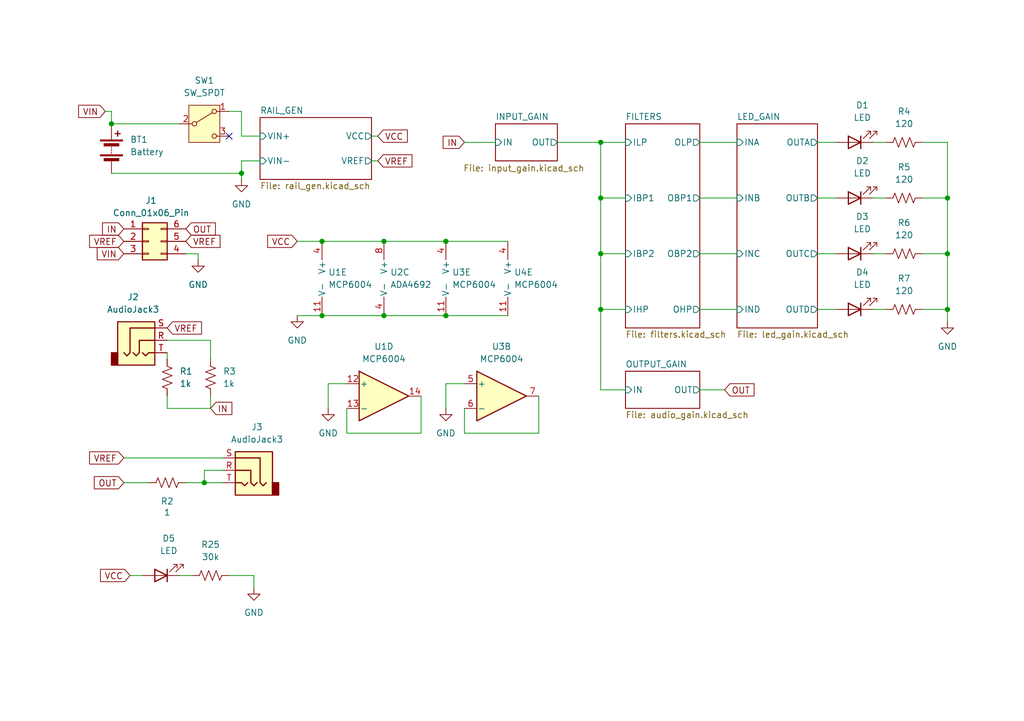
<source format=kicad_sch>
(kicad_sch (version 20250114) (generator "eeschema") (generator_version "9.0")
  (paper "A5")
  (title_block (title "EL223FP4L1") (date "2025-06-04") (rev "1") (company "Boles & Walker") (comment 1 "Board Overview"))
  (lib_symbols
    (symbol "Amplifier_Operational:MCP6004" (pin_names (offset 0.127))
      (property "Reference" "U" (at 0 5.08 0))
      (property "Value" "MCP6004" (at 0 -5.08 0))
      (symbol "MCP6004_1_1"
        (polyline (pts (xy -5.08 5.08) (xy 5.08 0) (xy -5.08 -5.08) (xy -5.08 5.08)) (stroke (width 0.254)) (fill (type background)))
        (pin input line (at -7.62 2.54 0) (length 2.54) (name "+") (number "3"))
        (pin input line (at -7.62 -2.54 0) (length 2.54) (name "-") (number "2"))
        (pin output line (at 7.62 0 180) (length 2.54) (name "~") (number "1"))
      )
      (symbol "MCP6004_2_1"
        (polyline (pts (xy -5.08 5.08) (xy 5.08 0) (xy -5.08 -5.08) (xy -5.08 5.08)) (stroke (width 0.254)) (fill (type background)))
        (pin input line (at -7.62 2.54 0) (length 2.54) (name "+") (number "5"))
        (pin input line (at -7.62 -2.54 0) (length 2.54) (name "-") (number "6"))
        (pin output line (at 7.62 0 180) (length 2.54) (name "~") (number "7"))
      )
      (symbol "MCP6004_3_1"
        (polyline (pts (xy -5.08 5.08) (xy 5.08 0) (xy -5.08 -5.08) (xy -5.08 5.08)) (stroke (width 0.254)) (fill (type background)))
        (pin input line (at -7.62 2.54 0) (length 2.54) (name "+") (number "10"))
        (pin input line (at -7.62 -2.54 0) (length 2.54) (name "-") (number "9"))
        (pin output line (at 7.62 0 180) (length 2.54) (name "~") (number "8"))
      )
      (symbol "MCP6004_4_1"
        (polyline (pts (xy -5.08 5.08) (xy 5.08 0) (xy -5.08 -5.08) (xy -5.08 5.08)) (stroke (width 0.254)) (fill (type background)))
        (pin input line (at -7.62 2.54 0) (length 2.54) (name "+") (number "12"))
        (pin input line (at -7.62 -2.54 0) (length 2.54) (name "-") (number "13"))
        (pin output line (at 7.62 0 180) (length 2.54) (name "~") (number "14"))
      )
      (symbol "MCP6004_5_1"
        (pin power_in line (at -2.54 7.62 270) (length 3.81) (name "V+") (number "4"))
        (pin power_in line (at -2.54 -7.62 90) (length 3.81) (name "V-") (number "11"))
      )
    )
    (symbol "Connector_Audio:AudioJack3"
      (property "Reference" "J" (at 0 8.89 0))
      (property "Value" "AudioJack3" (at 0 6.35 0))
      (symbol "AudioJack3_0_1"
        (rectangle (start -5.08 -5.08) (end -6.35 -2.54) (stroke (width 0.254)) (fill (type outline)))
        (polyline (pts (xy -1.905 -2.54) (xy -1.27 -3.175) (xy -0.635 -2.54) (xy -0.635 0) (xy 2.54 0)) (stroke (width 0.254)))
        (polyline (pts (xy 0 -2.54) (xy 0.635 -3.175) (xy 1.27 -2.54) (xy 2.54 -2.54)) (stroke (width 0.254)))
        (rectangle (start 2.54 3.81) (end -5.08 -5.08) (stroke (width 0.254)) (fill (type background)))
        (polyline (pts (xy 2.54 2.54) (xy -2.54 2.54) (xy -2.54 -2.54) (xy -3.175 -3.175) (xy -3.81 -2.54)) (stroke (width 0.254)))
      )
      (symbol "AudioJack3_1_1"
        (pin passive line (at 5.08 2.54 180) (length 2.54) (name "~") (number "S"))
        (pin passive line (at 5.08 0 180) (length 2.54) (name "~") (number "R"))
        (pin passive line (at 5.08 -2.54 180) (length 2.54) (name "~") (number "T"))
      )
    )
    (symbol "Connector_Generic:Conn_02x03_Counter_Clockwise" (pin_names (offset 1.016) (hide yes))
      (property "Reference" "J" (at 1.27 5.08 0))
      (property "Value" "Conn_02x03_Counter_Clockwise" (at 1.27 -5.08 0))
      (symbol "Conn_02x03_Counter_Clockwise_1_1"
        (rectangle (start -1.27 3.81) (end 3.81 -3.81) (stroke (width 0.254)) (fill (type background)))
        (rectangle (start -1.27 2.667) (end 0 2.413) (stroke (width 0.1524)))
        (rectangle (start -1.27 0.127) (end 0 -0.127) (stroke (width 0.1524)))
        (rectangle (start -1.27 -2.413) (end 0 -2.667) (stroke (width 0.1524)))
        (rectangle (start 3.81 2.667) (end 2.54 2.413) (stroke (width 0.1524)))
        (rectangle (start 3.81 0.127) (end 2.54 -0.127) (stroke (width 0.1524)))
        (rectangle (start 3.81 -2.413) (end 2.54 -2.667) (stroke (width 0.1524)))
        (pin passive line (at -5.08 2.54 0) (length 3.81) (name "Pin_1") (number "1"))
        (pin passive line (at -5.08 0 0) (length 3.81) (name "Pin_2") (number "2"))
        (pin passive line (at -5.08 -2.54 0) (length 3.81) (name "Pin_3") (number "3"))
        (pin passive line (at 7.62 2.54 180) (length 3.81) (name "Pin_6") (number "6"))
        (pin passive line (at 7.62 0 180) (length 3.81) (name "Pin_5") (number "5"))
        (pin passive line (at 7.62 -2.54 180) (length 3.81) (name "Pin_4") (number "4"))
      )
    )
    (symbol "Custom:ADA4692-2" (pin_names (offset 0.127))
      (property "Reference" "U" (at 2.54 6.35 0))
      (property "Value" "ADA4692-2" (at 2.54 3.81 0))
      (symbol "ADA4692-2_1_1"
        (polyline (pts (xy 5.08 0) (xy -5.08 5.08) (xy -5.08 -5.08) (xy 5.08 0)) (stroke (width 0.254)) (fill (type background)))
        (pin input line (at -7.62 2.54 0) (length 2.54) (name "+") (number "3"))
        (pin input line (at -7.62 -2.54 0) (length 2.54) (name "-") (number "2"))
        (pin output line (at 7.62 0 180) (length 2.54) (name "~") (number "1"))
      )
      (symbol "ADA4692-2_2_1"
        (polyline (pts (xy 5.08 0) (xy -5.08 5.08) (xy -5.08 -5.08) (xy 5.08 0)) (stroke (width 0.254)) (fill (type background)))
        (pin input line (at -7.62 2.54 0) (length 2.54) (name "+") (number "5"))
        (pin input line (at -7.62 -2.54 0) (length 2.54) (name "-") (number "6"))
        (pin output line (at 7.62 0 180) (length 2.54) (name "~") (number "7"))
      )
      (symbol "ADA4692-2_3_1"
        (pin power_in line (at 0 7.62 270) (length 3.81) (name "V+") (number "8"))
        (pin power_in line (at 0 -7.62 90) (length 3.81) (name "V-") (number "4"))
      )
    )
    (symbol "Device:Battery" (pin_numbers (hide yes)) (pin_names (offset 0) (hide yes))
      (property "Reference" "BT" (at 2.54 2.54 0))
      (property "Value" "Battery" (at 2.54 0 0))
      (symbol "Battery_0_1"
        (rectangle (start -2.286 1.778) (end 2.286 1.524) (fill (type outline)))
        (rectangle (start -2.286 -1.27) (end 2.286 -1.524) (fill (type outline)))
        (rectangle (start -1.524 1.016) (end 1.524 0.508) (fill (type outline)))
        (rectangle (start -1.524 -2.032) (end 1.524 -2.54) (fill (type outline)))
        (polyline (pts (xy 0 1.778) (xy 0 2.54)))
        (polyline (pts (xy 0 0) (xy 0 0.254)))
        (polyline (pts (xy 0 -0.508) (xy 0 -0.254)))
        (polyline (pts (xy 0 -1.016) (xy 0 -0.762)))
        (polyline (pts (xy 0.762 3.048) (xy 1.778 3.048)) (stroke (width 0.254)))
        (polyline (pts (xy 1.27 3.556) (xy 1.27 2.54)) (stroke (width 0.254)))
      )
      (symbol "Battery_1_1"
        (pin passive line (at 0 5.08 270) (length 2.54) (name "+") (number "1"))
        (pin passive line (at 0 -5.08 90) (length 2.54) (name "-") (number "2"))
      )
    )
    (symbol "Device:LED" (pin_numbers (hide yes)) (pin_names (offset 1.016) (hide yes))
      (property "Reference" "D" (at 0 2.54 0))
      (property "Value" "LED" (at 0 -2.54 0))
      (symbol "LED_0_1"
        (polyline (pts (xy -3.048 -0.762) (xy -4.572 -2.286) (xy -3.81 -2.286) (xy -4.572 -2.286) (xy -4.572 -1.524)))
        (polyline (pts (xy -1.778 -0.762) (xy -3.302 -2.286) (xy -2.54 -2.286) (xy -3.302 -2.286) (xy -3.302 -1.524)))
        (polyline (pts (xy -1.27 0) (xy 1.27 0)))
        (polyline (pts (xy -1.27 -1.27) (xy -1.27 1.27)) (stroke (width 0.254)))
        (polyline (pts (xy 1.27 -1.27) (xy 1.27 1.27) (xy -1.27 0) (xy 1.27 -1.27)) (stroke (width 0.254)))
      )
      (symbol "LED_1_1"
        (pin passive line (at -3.81 0 0) (length 2.54) (name "K") (number "1"))
        (pin passive line (at 3.81 0 180) (length 2.54) (name "A") (number "2"))
      )
    )
    (symbol "Device:R_US" (pin_numbers (hide yes)) (pin_names (offset 0))
      (property "Reference" "R" (at 2.54 0 90))
      (property "Value" "R_US" (at -2.54 0 90))
      (symbol "R_US_0_1"
        (polyline (pts (xy 0 2.286) (xy 0 2.54)))
        (polyline (pts (xy 0 2.286) (xy 1.016 1.905) (xy 0 1.524) (xy -1.016 1.143) (xy 0 0.762)))
        (polyline (pts (xy 0 0.762) (xy 1.016 0.381) (xy 0 0) (xy -1.016 -0.381) (xy 0 -0.762)))
        (polyline (pts (xy 0 -0.762) (xy 1.016 -1.143) (xy 0 -1.524) (xy -1.016 -1.905) (xy 0 -2.286)))
        (polyline (pts (xy 0 -2.286) (xy 0 -2.54)))
      )
      (symbol "R_US_1_1"
        (pin passive line (at 0 3.81 270) (length 1.27) (name "~") (number "1"))
        (pin passive line (at 0 -3.81 90) (length 1.27) (name "~") (number "2"))
      )
    )
    (symbol "Switch:SW_SPDT" (pin_names (offset 0) (hide yes))
      (property "Reference" "SW" (at 0 5.08 0))
      (property "Value" "SW_SPDT" (at 0 -5.08 0))
      (symbol "SW_SPDT_0_1"
        (circle (center -2.032 0) (radius 0.4572))
        (polyline (pts (xy -1.651 0.254) (xy 1.651 2.286)))
        (circle (center 2.032 2.54) (radius 0.4572))
        (circle (center 2.032 -2.54) (radius 0.4572))
      )
      (symbol "SW_SPDT_1_1"
        (rectangle (start -3.175 3.81) (end 3.175 -3.81) (fill (type background)))
        (pin passive line (at -5.08 0 0) (length 2.54) (name "B") (number "2"))
        (pin passive line (at 5.08 2.54 180) (length 2.54) (name "A") (number "1"))
        (pin passive line (at 5.08 -2.54 180) (length 2.54) (name "C") (number "3"))
      )
    )
    (symbol "power:GND" (power) (pin_numbers (hide yes)) (pin_names (offset 0) (hide yes))
      (property "Value" "GND" (at 0 -3.81 0))
      (symbol "GND_0_1"
        (polyline (pts (xy 0 0) (xy 0 -1.27) (xy 1.27 -1.27) (xy 0 -2.54) (xy -1.27 -1.27) (xy 0 -1.27)))
      )
      (symbol "GND_1_1"
        (pin power_in line (at 0 0 270) (length 0) (name "~") (number "1"))
      )
    )
  )
  (junction (at 41.91 99.06))
  (junction (at 91.44 49.53))
  (junction (at 123.19 63.5))
  (junction (at 78.74 64.77))
  (junction (at 123.19 52.07))
  (junction (at 91.44 64.77))
  (junction (at 123.19 40.64))
  (junction (at 66.04 64.77))
  (junction (at 194.31 63.5))
  (junction (at 194.31 52.07))
  (junction (at 78.74 49.53))
  (junction (at 66.04 49.53))
  (junction (at 49.53 35.56))
  (junction (at 194.31 40.64))
  (junction (at 22.86 25.4))
  (junction (at 123.19 29.21))
  (no_connect (at 46.99 27.94))
  (wire (pts (xy 78.74 64.77) (xy 91.44 64.77)))
  (wire (pts (xy 123.19 52.07) (xy 123.19 63.5)))
  (wire (pts (xy 45.72 99.06) (xy 41.91 99.06)))
  (wire (pts (xy 194.31 29.21) (xy 194.31 40.64)))
  (wire (pts (xy 194.31 63.5) (xy 194.31 66.04)))
  (wire (pts (xy 179.07 29.21) (xy 181.61 29.21)))
  (wire (pts (xy 38.1 99.06) (xy 41.91 99.06)))
  (wire (pts (xy 43.18 81.28) (xy 43.18 83.82)))
  (wire (pts (xy 189.23 52.07) (xy 194.31 52.07)))
  (wire (pts (xy 22.86 22.86) (xy 22.86 25.4)))
  (wire (pts (xy 21.59 22.86) (xy 22.86 22.86)))
  (wire (pts (xy 114.3 29.21) (xy 123.19 29.21)))
  (wire (pts (xy 26.67 118.11) (xy 29.21 118.11)))
  (wire (pts (xy 76.2 33.02) (xy 77.47 33.02)))
  (wire (pts (xy 143.51 29.21) (xy 151.13 29.21)))
  (wire (pts (xy 194.31 52.07) (xy 194.31 63.5)))
  (wire (pts (xy 143.51 40.64) (xy 151.13 40.64)))
  (wire (pts (xy 189.23 40.64) (xy 194.31 40.64)))
  (wire (pts (xy 22.86 35.56) (xy 49.53 35.56)))
  (wire (pts (xy 38.1 52.07) (xy 40.64 52.07)))
  (wire (pts (xy 179.07 52.07) (xy 181.61 52.07)))
  (wire (pts (xy 40.64 52.07) (xy 40.64 53.34)))
  (wire (pts (xy 52.07 118.11) (xy 52.07 120.65)))
  (wire (pts (xy 91.44 64.77) (xy 104.14 64.77)))
  (wire (pts (xy 189.23 29.21) (xy 194.31 29.21)))
  (wire (pts (xy 167.64 29.21) (xy 171.45 29.21)))
  (wire (pts (xy 167.64 40.64) (xy 171.45 40.64)))
  (wire (pts (xy 78.74 49.53) (xy 91.44 49.53)))
  (wire (pts (xy 86.36 81.28) (xy 86.36 88.9)))
  (wire (pts (xy 91.44 49.53) (xy 104.14 49.53)))
  (wire (pts (xy 43.18 69.85) (xy 43.18 73.66)))
  (wire (pts (xy 66.04 64.77) (xy 78.74 64.77)))
  (wire (pts (xy 53.34 27.94) (xy 49.53 27.94)))
  (wire (pts (xy 91.44 78.74) (xy 91.44 83.82)))
  (wire (pts (xy 66.04 49.53) (xy 78.74 49.53)))
  (wire (pts (xy 71.12 88.9) (xy 71.12 83.82)))
  (wire (pts (xy 143.51 52.07) (xy 151.13 52.07)))
  (wire (pts (xy 143.51 63.5) (xy 151.13 63.5)))
  (wire (pts (xy 60.96 49.53) (xy 66.04 49.53)))
  (wire (pts (xy 43.18 83.82) (xy 34.29 83.82)))
  (wire (pts (xy 123.19 40.64) (xy 128.27 40.64)))
  (wire (pts (xy 194.31 40.64) (xy 194.31 52.07)))
  (wire (pts (xy 67.31 78.74) (xy 67.31 83.82)))
  (wire (pts (xy 86.36 88.9) (xy 71.12 88.9)))
  (wire (pts (xy 49.53 27.94) (xy 49.53 22.86)))
  (wire (pts (xy 60.96 64.77) (xy 66.04 64.77)))
  (wire (pts (xy 179.07 63.5) (xy 181.61 63.5)))
  (wire (pts (xy 49.53 36.83) (xy 49.53 35.56)))
  (wire (pts (xy 95.25 88.9) (xy 95.25 83.82)))
  (wire (pts (xy 95.25 78.74) (xy 91.44 78.74)))
  (wire (pts (xy 34.29 83.82) (xy 34.29 81.28)))
  (wire (pts (xy 123.19 63.5) (xy 128.27 63.5)))
  (wire (pts (xy 123.19 63.5) (xy 123.19 80.01)))
  (wire (pts (xy 34.29 69.85) (xy 43.18 69.85)))
  (wire (pts (xy 25.4 93.98) (xy 45.72 93.98)))
  (wire (pts (xy 143.51 80.01) (xy 148.59 80.01)))
  (wire (pts (xy 34.29 72.39) (xy 34.29 73.66)))
  (wire (pts (xy 49.53 22.86) (xy 46.99 22.86)))
  (wire (pts (xy 25.4 99.06) (xy 30.48 99.06)))
  (wire (pts (xy 123.19 80.01) (xy 128.27 80.01)))
  (wire (pts (xy 49.53 33.02) (xy 53.34 33.02)))
  (wire (pts (xy 71.12 78.74) (xy 67.31 78.74)))
  (wire (pts (xy 95.25 29.21) (xy 101.6 29.21)))
  (wire (pts (xy 179.07 40.64) (xy 181.61 40.64)))
  (wire (pts (xy 22.86 25.4) (xy 36.83 25.4)))
  (wire (pts (xy 189.23 63.5) (xy 194.31 63.5)))
  (wire (pts (xy 45.72 96.52) (xy 41.91 96.52)))
  (wire (pts (xy 167.64 63.5) (xy 171.45 63.5)))
  (wire (pts (xy 123.19 52.07) (xy 128.27 52.07)))
  (wire (pts (xy 49.53 35.56) (xy 49.53 33.02)))
  (wire (pts (xy 76.2 27.94) (xy 77.47 27.94)))
  (wire (pts (xy 41.91 96.52) (xy 41.91 99.06)))
  (wire (pts (xy 123.19 29.21) (xy 128.27 29.21)))
  (wire (pts (xy 36.83 118.11) (xy 39.37 118.11)))
  (wire (pts (xy 123.19 29.21) (xy 123.19 40.64)))
  (wire (pts (xy 167.64 52.07) (xy 171.45 52.07)))
  (wire (pts (xy 110.49 88.9) (xy 95.25 88.9)))
  (wire (pts (xy 123.19 40.64) (xy 123.19 52.07)))
  (wire (pts (xy 46.99 118.11) (xy 52.07 118.11)))
  (wire (pts (xy 110.49 81.28) (xy 110.49 88.9)))
  (global_label "VREF" (shape input) (at 38.1 49.53 0) (property "Intersheetrefs" "${INTERSHEET_REFS}" (effects (hide yes))))
  (global_label "VCC" (shape input) (at 60.96 49.53 180) (property "Intersheetrefs" "${INTERSHEET_REFS}" (effects (hide yes))))
  (global_label "VCC" (shape input) (at 77.47 27.94 0) (property "Intersheetrefs" "${INTERSHEET_REFS}" (effects (hide yes))))
  (global_label "OUT" (shape input) (at 25.4 99.06 180) (property "Intersheetrefs" "${INTERSHEET_REFS}" (effects (hide yes))))
  (global_label "OUT" (shape input) (at 38.1 46.99 0) (property "Intersheetrefs" "${INTERSHEET_REFS}" (effects (hide yes))))
  (global_label "VREF" (shape input) (at 77.47 33.02 0) (property "Intersheetrefs" "${INTERSHEET_REFS}" (effects (hide yes))))
  (global_label "VCC" (shape input) (at 26.67 118.11 180) (property "Intersheetrefs" "${INTERSHEET_REFS}" (effects (hide yes))))
  (global_label "VREF" (shape input) (at 25.4 93.98 180) (property "Intersheetrefs" "${INTERSHEET_REFS}" (effects (hide yes))))
  (global_label "IN" (shape input) (at 43.18 83.82 0) (property "Intersheetrefs" "${INTERSHEET_REFS}" (effects (hide yes))))
  (global_label "VREF" (shape input) (at 34.29 67.31 0) (property "Intersheetrefs" "${INTERSHEET_REFS}" (effects (hide yes))))
  (global_label "IN" (shape input) (at 95.25 29.21 180) (property "Intersheetrefs" "${INTERSHEET_REFS}" (effects (hide yes))))
  (global_label "VIN" (shape input) (at 25.4 52.07 180) (property "Intersheetrefs" "${INTERSHEET_REFS}" (effects (hide yes))))
  (global_label "OUT" (shape input) (at 148.59 80.01 0) (property "Intersheetrefs" "${INTERSHEET_REFS}" (effects (hide yes))))
  (global_label "VIN" (shape input) (at 21.59 22.86 180) (property "Intersheetrefs" "${INTERSHEET_REFS}" (effects (hide yes))))
  (global_label "IN" (shape input) (at 25.4 46.99 180) (property "Intersheetrefs" "${INTERSHEET_REFS}" (effects (hide yes))))
  (global_label "VREF" (shape input) (at 25.4 49.53 180) (property "Intersheetrefs" "${INTERSHEET_REFS}" (effects (hide yes))))
  (symbol (lib_id "power:GND") (at 67.31 83.82 0) (unit 1)
    (property "Reference" "#PWR03" (effects (hide yes)))
    (property "Value" "GND" (at 67.31 88.9 0))
    (property "Description" "Power symbol creates a global label with name \"GND\" , ground" (effects (hide yes)))
  )
  (symbol (lib_id "power:GND") (at 40.64 53.34 0) (unit 1)
    (property "Reference" "#PWR01" (effects (hide yes)))
    (property "Value" "GND" (at 40.64 58.42 0))
    (property "Description" "Power symbol creates a global label with name \"GND\" , ground" (effects (hide yes)))
  )
  (symbol (lib_id "Device:R_US") (at 185.42 52.07 90) (unit 1)
    (property "Reference" "R6" (at 185.42 45.72 90))
    (property "Value" "120" (at 185.42 48.26 90))
    (property "Footprint" "Resistor_SMD:R_0805_2012Metric_Pad1.20x1.40mm_HandSolder" (effects (hide yes)))
    (property "Datasheet" "https://static6.arrow.com/aropdfconversion/7e2213882d2cf06558ca48205aefcc8d6bac7a1a/cr.pdf" (effects (hide yes)))
    (property "Description" "Resistor, US symbol" (effects (hide yes)))
    (property "Part" "CR0805-FX-1200GLF" (effects (hide yes)))
  )
  (symbol (lib_id "Device:LED") (at 175.26 29.21 180) (unit 1)
    (property "Reference" "D1" (at 176.8475 21.59 0))
    (property "Value" "LED" (at 176.8475 24.13 0))
    (property "Footprint" "LED_SMD:LED_0805_2012Metric_Pad1.15x1.40mm_HandSolder" (effects (hide yes)))
    (property "Description" "Light emitting diode" (effects (hide yes)))
    (property "Sim.Pins" "1=K 2=A" (effects (hide yes)))
    (property "Sim.Library" "led.lib" (effects (hide yes)))
    (property "Sim.Name" "LED_GENERAL" (effects (hide yes)))
    (property "Sim.Device" "D" (effects (hide yes)))
  )
  (symbol (lib_id "Device:LED") (at 175.26 63.5 180) (unit 1)
    (property "Reference" "D4" (at 176.8475 55.88 0))
    (property "Value" "LED" (at 176.8475 58.42 0))
    (property "Footprint" "LED_SMD:LED_0805_2012Metric_Pad1.15x1.40mm_HandSolder" (effects (hide yes)))
    (property "Description" "Light emitting diode" (effects (hide yes)))
    (property "Sim.Pins" "1=K 2=A" (effects (hide yes)))
    (property "Sim.Library" "led.lib" (effects (hide yes)))
    (property "Sim.Name" "LED_GENERAL" (effects (hide yes)))
    (property "Sim.Device" "D" (effects (hide yes)))
  )
  (symbol (lib_id "Custom:ADA4692-2") (at 78.74 57.15 0) (unit 3)
    (property "Reference" "U2" (at 80.01 55.8799 0) (effects (justify left)))
    (property "Value" "ADA4692" (at 80.01 58.4199 0) (effects (justify left)))
    (property "Footprint" "Package_SO:SOIC-8_3.9x4.9mm_P1.27mm" (effects (hide yes)))
    (property "Datasheet" "https://www.analog.com/media/en/technical-documentation/data-sheets/ADA4691-2_4691-4_4692-2_4692-4.pdf" (effects (hide yes)))
    (property "Description" "Dual Low Noise, Precision, Rail-to-Rail Output, JFET Op Amp, SOIC-8" (effects (hide yes)))
    (property "Sim.Library" "ada4692.sub" (effects (hide yes)))
    (property "Sim.Name" "ADA4692-2" (effects (hide yes)))
    (property "Sim.Device" "SUBCKT" (effects (hide yes)))
    (property "Sim.Pins" "1=AOUT 2=AIN- 3=AIN+ 4=V- 5=BIN+ 6=BIN- 7=BOUT 8=V+" (effects (hide yes)))
    (property "Part" "ADA4692-2ARZ" (effects (hide yes)))
  )
  (symbol (lib_id "Device:R_US") (at 185.42 63.5 90) (unit 1)
    (property "Reference" "R7" (at 185.42 57.15 90))
    (property "Value" "120" (at 185.42 59.69 90))
    (property "Footprint" "Resistor_SMD:R_0805_2012Metric_Pad1.20x1.40mm_HandSolder" (effects (hide yes)))
    (property "Datasheet" "https://static6.arrow.com/aropdfconversion/7e2213882d2cf06558ca48205aefcc8d6bac7a1a/cr.pdf" (effects (hide yes)))
    (property "Description" "Resistor, US symbol" (effects (hide yes)))
    (property "Part" "CR0805-FX-1200GLF" (effects (hide yes)))
  )
  (symbol (lib_id "Device:R_US") (at 185.42 29.21 90) (unit 1)
    (property "Reference" "R4" (at 185.42 22.86 90))
    (property "Value" "120" (at 185.42 25.4 90))
    (property "Footprint" "Resistor_SMD:R_0805_2012Metric_Pad1.20x1.40mm_HandSolder" (effects (hide yes)))
    (property "Datasheet" "https://static6.arrow.com/aropdfconversion/7e2213882d2cf06558ca48205aefcc8d6bac7a1a/cr.pdf" (effects (hide yes)))
    (property "Description" "Resistor, US symbol" (effects (hide yes)))
    (property "Part" "CR0805-FX-1200GLF" (effects (hide yes)))
  )
  (symbol (lib_id "Switch:SW_SPDT") (at 41.91 25.4 0) (unit 1)
    (property "Reference" "SW1" (at 41.91 16.51 0))
    (property "Value" "SW_SPDT" (at 41.91 19.05 0))
    (property "Footprint" "Custom:SW_SLW-121586-5A-D" (effects (hide yes)))
    (property "Datasheet" "https://static6.arrow.com/aropdfconversion/9ae6801e39b6de35ce0772aecfe75ec6b325529d/slw1215865ad.pdf" (effects (hide yes)))
    (property "Description" "Switch, single pole double throw" (effects (hide yes)))
    (property "Part" "SLW-121586-5A-D" (effects (hide yes)))
    (property "Sim.Device" "R" (effects (hide yes)))
    (property "Sim.Pins" "1=+ 2=-" (effects (hide yes)))
    (property "Sim.Params" "r=1m" (effects (hide yes)))
  )
  (symbol (lib_id "Connector_Audio:AudioJack3") (at 50.8 96.52 0) (mirror y) (unit 1) (exclude_from_sim yes)
    (property "Reference" "J3" (at 52.705 87.63 0))
    (property "Value" "AudioJack3" (at 52.705 90.17 0))
    (property "Footprint" "Custom:Jack_3.5mm_CUI_SJ1-3523N_Horizontal" (effects (hide yes)))
    (property "Datasheet" "https://www.sameskydevices.com/product/resource/sj1-352xn.pdf" (effects (hide yes)))
    (property "Description" "Audio Jack, 3 Poles (Stereo / TRS)" (effects (hide yes)))
    (property "Part" "SJ1-3523N" (effects (hide yes)))
  )
  (symbol (lib_id "power:GND") (at 60.96 64.77 0) (unit 1)
    (property "Reference" "#PWR04" (effects (hide yes)))
    (property "Value" "GND" (at 60.96 69.85 0))
    (property "Description" "Power symbol creates a global label with name \"GND\" , ground" (effects (hide yes)))
  )
  (symbol (lib_id "power:GND") (at 49.53 36.83 0) (unit 1)
    (property "Reference" "#PWR02" (effects (hide yes)))
    (property "Value" "GND" (at 49.53 41.91 0))
    (property "Description" "Power symbol creates a global label with name \"GND\" , ground" (effects (hide yes)))
  )
  (symbol (lib_id "Connector_Generic:Conn_02x03_Counter_Clockwise") (at 30.48 49.53 0) (unit 1) (exclude_from_sim yes)
    (property "Reference" "J1" (at 30.988 41.148 0))
    (property "Value" "Conn_01x06_Pin" (at 30.988 43.688 0))
    (property "Footprint" "Connector_PinHeader_2.54mm:PinHeader_2x03_P2.54mm_Vertical" (effects (hide yes)))
    (property "Datasheet" "https://static6.arrow.com/aropdfconversion/574d1ab07bdb35554fd3a21cfe85b0607ce140e2/51934899289880215193474261229970eng_ds_1307819_ampmodu_0911.pdf" (effects (hide yes)))
    (property "Description" "Generic connector, double row, 02x03, counter clockwise pin numbering scheme (similar to DIP package numbering), script generated (kicad-library-utils/schlib/autogen/connector/)" (effects (hide yes)))
    (property "Part" "5-146254-3 " (effects (hide yes)))
  )
  (symbol (lib_id "Amplifier_Operational:MCP6004") (at 93.98 57.15 0) (unit 5)
    (property "Reference" "U3" (at 92.71 55.8799 0) (effects (justify left)))
    (property "Value" "MCP6004" (at 92.71 58.4199 0) (effects (justify left)))
    (property "Footprint" "Package_SO:SOIC-14_3.9x8.7mm_P1.27mm" (effects (hide yes)))
    (property "Datasheet" "https://ww1.microchip.com/downloads/aemDocuments/documents/MSLD/ProductDocuments/DataSheets/MCP6001-1R-1U-2-4-1-MHz-Low-Power-Op-Amp-DS20001733L.pdf" (effects (hide yes)))
    (property "Description" "1MHz, Low-Power Op Amp, DIP-14/SOIC-14/TSSOP-14" (effects (hide yes)))
    (property "Sim.Library" "MCP6001.lib" (effects (hide yes)))
    (property "Sim.Name" "MCP6004" (effects (hide yes)))
    (property "Sim.Device" "SUBCKT" (effects (hide yes)))
    (property "Sim.Pins" "1=OUTA 2=A- 3=A+ 4=VDD 5=B+ 6=B- 7=OUTB 8=OUTC 9=C- 10=C+ 11=VSS 12=D+ 13=D- 14=OUTD" (effects (hide yes)))
    (property "Part" "MCP6004-I/SL" (effects (hide yes)))
  )
  (symbol (lib_id "Amplifier_Operational:MCP6004") (at 102.87 81.28 0) (unit 2)
    (property "Reference" "U3" (at 102.87 71.12 0))
    (property "Value" "MCP6004" (at 102.87 73.66 0))
    (property "Footprint" "Package_SO:SOIC-14_3.9x8.7mm_P1.27mm" (effects (hide yes)))
    (property "Datasheet" "https://ww1.microchip.com/downloads/aemDocuments/documents/MSLD/ProductDocuments/DataSheets/MCP6001-1R-1U-2-4-1-MHz-Low-Power-Op-Amp-DS20001733L.pdf" (effects (hide yes)))
    (property "Description" "1MHz, Low-Power Op Amp, DIP-14/SOIC-14/TSSOP-14" (effects (hide yes)))
    (property "Sim.Library" "MCP6001.lib" (effects (hide yes)))
    (property "Sim.Name" "MCP6004" (effects (hide yes)))
    (property "Sim.Device" "SUBCKT" (effects (hide yes)))
    (property "Sim.Pins" "1=OUTA 2=A- 3=A+ 4=VDD 5=B+ 6=B- 7=OUTB 8=OUTC 9=C- 10=C+ 11=VSS 12=D+ 13=D- 14=OUTD" (effects (hide yes)))
    (property "Part" "MCP6004-I/SL" (effects (hide yes)))
  )
  (symbol (lib_id "Device:R_US") (at 34.29 77.47 0) (unit 1)
    (property "Reference" "R1" (at 36.83 76.1999 0) (effects (justify left)))
    (property "Value" "1k" (at 36.83 78.7399 0) (effects (justify left)))
    (property "Footprint" "Resistor_SMD:R_0805_2012Metric_Pad1.20x1.40mm_HandSolder" (effects (hide yes)))
    (property "Description" "Resistor, US symbol" (effects (hide yes)))
  )
  (symbol (lib_id "Device:LED") (at 175.26 52.07 180) (unit 1)
    (property "Reference" "D3" (at 176.8475 44.45 0))
    (property "Value" "LED" (at 176.8475 46.99 0))
    (property "Footprint" "LED_SMD:LED_0805_2012Metric_Pad1.15x1.40mm_HandSolder" (effects (hide yes)))
    (property "Description" "Light emitting diode" (effects (hide yes)))
    (property "Sim.Pins" "1=K 2=A" (effects (hide yes)))
    (property "Sim.Library" "led.lib" (effects (hide yes)))
    (property "Sim.Name" "LED_GENERAL" (effects (hide yes)))
    (property "Sim.Device" "D" (effects (hide yes)))
  )
  (symbol (lib_id "Device:R_US") (at 185.42 40.64 90) (unit 1)
    (property "Reference" "R5" (at 185.42 34.29 90))
    (property "Value" "120" (at 185.42 36.83 90))
    (property "Footprint" "Resistor_SMD:R_0805_2012Metric_Pad1.20x1.40mm_HandSolder" (effects (hide yes)))
    (property "Datasheet" "https://static6.arrow.com/aropdfconversion/7e2213882d2cf06558ca48205aefcc8d6bac7a1a/cr.pdf" (effects (hide yes)))
    (property "Description" "Resistor, US symbol" (effects (hide yes)))
    (property "Part" "CR0805-FX-1200GLF" (effects (hide yes)))
  )
  (symbol (lib_id "Amplifier_Operational:MCP6004") (at 106.68 57.15 0) (unit 5)
    (property "Reference" "U4" (at 105.41 55.8799 0) (effects (justify left)))
    (property "Value" "MCP6004" (at 105.41 58.4199 0) (effects (justify left)))
    (property "Footprint" "Package_SO:SOIC-14_3.9x8.7mm_P1.27mm" (effects (hide yes)))
    (property "Datasheet" "https://ww1.microchip.com/downloads/aemDocuments/documents/MSLD/ProductDocuments/DataSheets/MCP6001-1R-1U-2-4-1-MHz-Low-Power-Op-Amp-DS20001733L.pdf" (effects (hide yes)))
    (property "Description" "1MHz, Low-Power Op Amp, DIP-14/SOIC-14/TSSOP-14" (effects (hide yes)))
    (property "Sim.Library" "MCP6001.lib" (effects (hide yes)))
    (property "Sim.Name" "MCP6004" (effects (hide yes)))
    (property "Sim.Device" "SUBCKT" (effects (hide yes)))
    (property "Sim.Pins" "1=OUTA 2=A- 3=A+ 4=VDD 5=B+ 6=B- 7=OUTB 8=OUTC 9=C- 10=C+ 11=VSS 12=D+ 13=D- 14=OUTD" (effects (hide yes)))
    (property "Part" "MCP6004-I/SL" (effects (hide yes)))
  )
  (symbol (lib_id "Device:LED") (at 33.02 118.11 180) (unit 1)
    (property "Reference" "D5" (at 34.6075 110.49 0))
    (property "Value" "LED" (at 34.6075 113.03 0))
    (property "Footprint" "LED_SMD:LED_0805_2012Metric_Pad1.15x1.40mm_HandSolder" (effects (hide yes)))
    (property "Description" "Light emitting diode" (effects (hide yes)))
    (property "Sim.Pins" "1=K 2=A" (effects (hide yes)))
    (property "Sim.Library" "led.lib" (effects (hide yes)))
    (property "Sim.Name" "LED_GENERAL" (effects (hide yes)))
    (property "Sim.Device" "D" (effects (hide yes)))
  )
  (symbol (lib_id "power:GND") (at 52.07 120.65 0) (unit 1)
    (property "Reference" "#PWR07" (effects (hide yes)))
    (property "Value" "GND" (at 52.07 125.73 0))
    (property "Description" "Power symbol creates a global label with name \"GND\" , ground" (effects (hide yes)))
  )
  (symbol (lib_id "Device:LED") (at 175.26 40.64 180) (unit 1)
    (property "Reference" "D2" (at 176.8475 33.02 0))
    (property "Value" "LED" (at 176.8475 35.56 0))
    (property "Footprint" "LED_SMD:LED_0805_2012Metric_Pad1.15x1.40mm_HandSolder" (effects (hide yes)))
    (property "Description" "Light emitting diode" (effects (hide yes)))
    (property "Sim.Pins" "1=K 2=A" (effects (hide yes)))
    (property "Sim.Library" "led.lib" (effects (hide yes)))
    (property "Sim.Name" "LED_GENERAL" (effects (hide yes)))
    (property "Sim.Device" "D" (effects (hide yes)))
  )
  (symbol (lib_id "Device:R_US") (at 43.18 118.11 90) (unit 1)
    (property "Reference" "R25" (at 43.18 111.76 90))
    (property "Value" "30k" (at 43.18 114.3 90))
    (property "Footprint" "Resistor_SMD:R_0805_2012Metric_Pad1.20x1.40mm_HandSolder" (effects (hide yes)))
    (property "Datasheet" "https://static6.arrow.com/aropdfconversion/e88ae8119cc3549cbba033af6c2c6bd3b2796839/1088fileversion.pdf" (effects (hide yes)))
    (property "Description" "Resistor, US symbol" (effects (hide yes)))
    (property "Part" "ERJ-P06F3002V" (effects (hide yes)))
  )
  (symbol (lib_id "Device:R_US") (at 43.18 77.47 0) (unit 1)
    (property "Reference" "R3" (at 45.72 76.1999 0) (effects (justify left)))
    (property "Value" "1k" (at 45.72 78.7399 0) (effects (justify left)))
    (property "Footprint" "Resistor_SMD:R_0805_2012Metric_Pad1.20x1.40mm_HandSolder" (effects (hide yes)))
    (property "Description" "Resistor, US symbol" (effects (hide yes)))
  )
  (symbol (lib_id "power:GND") (at 91.44 83.82 0) (unit 1)
    (property "Reference" "#PWR05" (effects (hide yes)))
    (property "Value" "GND" (at 91.44 88.9 0))
    (property "Description" "Power symbol creates a global label with name \"GND\" , ground" (effects (hide yes)))
  )
  (symbol (lib_id "Connector_Audio:AudioJack3") (at 29.21 69.85 0) (unit 1) (exclude_from_sim yes)
    (property "Reference" "J2" (at 27.305 60.96 0))
    (property "Value" "AudioJack3" (at 27.305 63.5 0))
    (property "Footprint" "Custom:Jack_3.5mm_CUI_SJ1-3523N_Horizontal" (effects (hide yes)))
    (property "Datasheet" "https://www.sameskydevices.com/product/resource/sj1-352xn.pdf" (effects (hide yes)))
    (property "Description" "Audio Jack, 3 Poles (Stereo / TRS)" (effects (hide yes)))
    (property "Part" "SJ1-3523N" (effects (hide yes)))
    (property "Sim.Device" "V" (effects (hide yes)))
    (property "Sim.Type" "SIN" (effects (hide yes)))
    (property "Sim.Pins" "R=+ S=-" (effects (hide yes)))
    (property "Sim.Params" "dc=0 ampl=447m f=3k td=0 theta=0 phase=0 ac=447m" (effects (hide yes)))
  )
  (symbol (lib_id "Device:R_US") (at 34.29 99.06 90) (unit 1)
    (property "Reference" "R2" (at 34.29 102.87 90))
    (property "Value" "1" (at 34.29 105.156 90))
    (property "Footprint" "Resistor_SMD:R_0805_2012Metric_Pad1.20x1.40mm_HandSolder" (effects (hide yes)))
    (property "Description" "Resistor, US symbol" (effects (hide yes)))
  )
  (symbol (lib_id "power:GND") (at 194.31 66.04 0) (unit 1)
    (property "Reference" "#PWR06" (effects (hide yes)))
    (property "Value" "GND" (at 194.31 71.12 0))
    (property "Description" "Power symbol creates a global label with name \"GND\" , ground" (effects (hide yes)))
  )
  (symbol (lib_id "Device:Battery") (at 22.86 30.48 0) (unit 1) (exclude_from_sim yes)
    (property "Reference" "BT1" (at 26.67 28.6384 0) (effects (justify left)))
    (property "Value" "Battery" (at 26.67 31.1784 0) (effects (justify left)))
    (property "Footprint" "Battery:BatteryHolder_Keystone_2468_2xAAA" (effects (hide yes)))
    (property "Datasheet" "https://www.mouser.com/datasheet/2/215/2468-741064.pdf" (effects (hide yes)))
    (property "Description" "Multiple-cell battery" (effects (hide yes)))
    (property "Sim.Device" "V" (effects (hide yes)))
    (property "Sim.Pins" "1=+ 2=-" (effects (hide yes)))
    (property "Sim.Type" "PWL" (effects (hide yes)))
    (property "Sim.Params" "pwl=\"0 0 10u 0 0.1m 3\"" (effects (hide yes)))
    (property "Part" "2468" (effects (hide yes)))
  )
  (symbol (lib_id "Amplifier_Operational:MCP6004") (at 78.74 81.28 0) (unit 4)
    (property "Reference" "U1" (at 78.74 71.12 0))
    (property "Value" "MCP6004" (at 78.74 73.66 0))
    (property "Footprint" "Package_SO:SOIC-14_3.9x8.7mm_P1.27mm" (effects (hide yes)))
    (property "Datasheet" "https://ww1.microchip.com/downloads/aemDocuments/documents/MSLD/ProductDocuments/DataSheets/MCP6001-1R-1U-2-4-1-MHz-Low-Power-Op-Amp-DS20001733L.pdf" (effects (hide yes)))
    (property "Description" "1MHz, Low-Power Op Amp, DIP-14/SOIC-14/TSSOP-14" (effects (hide yes)))
    (property "Sim.Library" "MCP6001.lib" (effects (hide yes)))
    (property "Sim.Name" "MCP6004" (effects (hide yes)))
    (property "Sim.Device" "SUBCKT" (effects (hide yes)))
    (property "Sim.Pins" "1=OUTA 2=A- 3=A+ 4=VDD 5=B+ 6=B- 7=OUTB 8=OUTC 9=C- 10=C+ 11=VSS 12=D+ 13=D- 14=OUTD" (effects (hide yes)))
    (property "Part" "MCP6004-I/SL" (effects (hide yes)))
  )
  (symbol (lib_id "Amplifier_Operational:MCP6004") (at 68.58 57.15 0) (unit 5)
    (property "Reference" "U1" (at 67.31 55.8799 0) (effects (justify left)))
    (property "Value" "MCP6004" (at 67.31 58.4199 0) (effects (justify left)))
    (property "Footprint" "Package_SO:SOIC-14_3.9x8.7mm_P1.27mm" (effects (hide yes)))
    (property "Datasheet" "https://ww1.microchip.com/downloads/aemDocuments/documents/MSLD/ProductDocuments/DataSheets/MCP6001-1R-1U-2-4-1-MHz-Low-Power-Op-Amp-DS20001733L.pdf" (effects (hide yes)))
    (property "Description" "1MHz, Low-Power Op Amp, DIP-14/SOIC-14/TSSOP-14" (effects (hide yes)))
    (property "Sim.Library" "MCP6001.lib" (effects (hide yes)))
    (property "Sim.Name" "MCP6004" (effects (hide yes)))
    (property "Sim.Device" "SUBCKT" (effects (hide yes)))
    (property "Sim.Pins" "1=OUTA 2=A- 3=A+ 4=VDD 5=B+ 6=B- 7=OUTB 8=OUTC 9=C- 10=C+ 11=VSS 12=D+ 13=D- 14=OUTD" (effects (hide yes)))
    (property "Part" "MCP6004-I/SL" (effects (hide yes)))
  )
  (sheet (at 128.27 76.2) (size 15.24 7.62) (stroke (width 0.1524))
    (property "Sheetname" "OUTPUT_GAIN" (at 128.27 75.4884 0) (effects (justify left bottom)))
    (property "Sheetfile" "audio_gain.kicad_sch" (at 128.27 84.4046 0) (effects (justify left top)))
    (pin "IN" input (at 128.27 80.01 180))
    (pin "OUT" output (at 143.51 80.01 0))
  )
  (sheet (at 128.27 25.4) (size 15.24 41.91) (stroke (width 0.1524))
    (property "Sheetname" "FILTERS" (at 128.27 24.6884 0) (effects (justify left bottom)))
    (property "Sheetfile" "filters.kicad_sch" (at 128.27 67.8946 0) (effects (justify left top)))
    (pin "IBP1" input (at 128.27 40.64 180))
    (pin "IBP2" input (at 128.27 52.07 180))
    (pin "ILP" input (at 128.27 29.21 180))
    (pin "OBP1" output (at 143.51 40.64 0))
    (pin "OBP2" output (at 143.51 52.07 0))
    (pin "OLP" output (at 143.51 29.21 0))
    (pin "IHP" input (at 128.27 63.5 180))
    (pin "OHP" output (at 143.51 63.5 0))
  )
  (sheet (at 53.34 24.13) (size 22.86 12.7) (stroke (width 0.1524))
    (property "Sheetname" "RAIL_GEN" (at 53.34 23.4184 0) (effects (justify left bottom)))
    (property "Sheetfile" "rail_gen.kicad_sch" (at 53.34 37.4146 0) (effects (justify left top)))
    (pin "VIN+" input (at 53.34 27.94 180))
    (pin "VIN-" input (at 53.34 33.02 180))
    (pin "VCC" output (at 76.2 27.94 0))
    (pin "VREF" output (at 76.2 33.02 0))
  )
  (sheet (at 101.6 25.4) (size 12.7 7.62) (stroke (width 0.1524))
    (property "Sheetname" "INPUT_GAIN" (at 101.6 24.6884 0) (effects (justify left bottom)))
    (property "Sheetfile" "input_gain.kicad_sch" (at 94.996 33.782 0) (effects (justify left top)))
    (pin "IN" input (at 101.6 29.21 180))
    (pin "OUT" output (at 114.3 29.21 0))
  )
  (sheet (at 151.13 25.4) (size 16.51 41.91) (stroke (width 0.1524))
    (property "Sheetname" "LED_GAIN" (at 151.13 24.6884 0) (effects (justify left bottom)))
    (property "Sheetfile" "led_gain.kicad_sch" (at 151.13 67.8946 0) (effects (justify left top)))
    (pin "INA" input (at 151.13 29.21 180))
    (pin "INB" input (at 151.13 40.64 180))
    (pin "INC" input (at 151.13 52.07 180))
    (pin "IND" input (at 151.13 63.5 180))
    (pin "OUTA" output (at 167.64 29.21 0))
    (pin "OUTB" output (at 167.64 40.64 0))
    (pin "OUTC" output (at 167.64 52.07 0))
    (pin "OUTD" output (at 167.64 63.5 0))
  )
)
</source>
